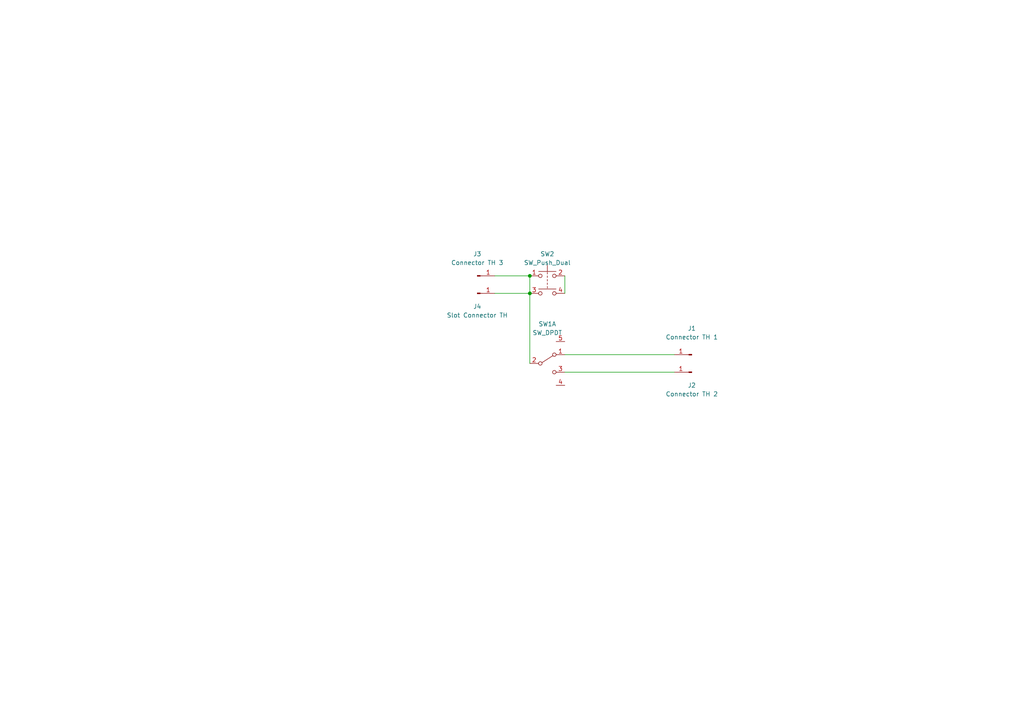
<source format=kicad_sch>
(kicad_sch (version 20230121) (generator eeschema)

  (uuid e2a16bdb-1ed2-4d0b-a77a-eb5cd2b976a0)

  (paper "A4")

  (lib_symbols
    (symbol "Connector:Conn_01x01_Pin" (pin_names (offset 1.016) hide) (in_bom yes) (on_board yes)
      (property "Reference" "J" (at 0 2.54 0)
        (effects (font (size 1.27 1.27)))
      )
      (property "Value" "Conn_01x01_Pin" (at 0 -2.54 0)
        (effects (font (size 1.27 1.27)))
      )
      (property "Footprint" "" (at 0 0 0)
        (effects (font (size 1.27 1.27)) hide)
      )
      (property "Datasheet" "~" (at 0 0 0)
        (effects (font (size 1.27 1.27)) hide)
      )
      (property "ki_locked" "" (at 0 0 0)
        (effects (font (size 1.27 1.27)))
      )
      (property "ki_keywords" "connector" (at 0 0 0)
        (effects (font (size 1.27 1.27)) hide)
      )
      (property "ki_description" "Generic connector, single row, 01x01, script generated" (at 0 0 0)
        (effects (font (size 1.27 1.27)) hide)
      )
      (property "ki_fp_filters" "Connector*:*_1x??_*" (at 0 0 0)
        (effects (font (size 1.27 1.27)) hide)
      )
      (symbol "Conn_01x01_Pin_1_1"
        (polyline
          (pts
            (xy 1.27 0)
            (xy 0.8636 0)
          )
          (stroke (width 0.1524) (type default))
          (fill (type none))
        )
        (rectangle (start 0.8636 0.127) (end 0 -0.127)
          (stroke (width 0.1524) (type default))
          (fill (type outline))
        )
        (pin passive line (at 5.08 0 180) (length 3.81)
          (name "Pin_1" (effects (font (size 1.27 1.27))))
          (number "1" (effects (font (size 1.27 1.27))))
        )
      )
    )
    (symbol "Switch:SW_DPDT_x2" (pin_names (offset 0) hide) (in_bom yes) (on_board yes)
      (property "Reference" "SW1" (at 0 11.43 0)
        (effects (font (size 1.27 1.27)))
      )
      (property "Value" "SW_DPDT" (at 0 8.89 0)
        (effects (font (size 1.27 1.27)))
      )
      (property "Footprint" "" (at 0 0 0)
        (effects (font (size 1.27 1.27)) hide)
      )
      (property "Datasheet" "~" (at 0 0 0)
        (effects (font (size 1.27 1.27)) hide)
      )
      (property "ki_keywords" "switch dual-pole double-throw DPDT spdt ON-ON" (at 0 0 0)
        (effects (font (size 1.27 1.27)) hide)
      )
      (property "ki_description" "Switch, dual pole double throw, separate symbols" (at 0 0 0)
        (effects (font (size 1.27 1.27)) hide)
      )
      (property "ki_fp_filters" "SW*DPDT*" (at 0 0 0)
        (effects (font (size 1.27 1.27)) hide)
      )
      (symbol "SW_DPDT_x2_0_0"
        (circle (center -2.032 0) (radius 0.508)
          (stroke (width 0) (type default))
          (fill (type none))
        )
        (circle (center 2.032 -2.54) (radius 0.508)
          (stroke (width 0) (type default))
          (fill (type none))
        )
      )
      (symbol "SW_DPDT_x2_0_1"
        (polyline
          (pts
            (xy -1.524 0.254)
            (xy 1.651 2.286)
          )
          (stroke (width 0) (type default))
          (fill (type none))
        )
        (circle (center 2.032 2.54) (radius 0.508)
          (stroke (width 0) (type default))
          (fill (type none))
        )
      )
      (symbol "SW_DPDT_x2_1_1"
        (pin passive line (at 5.08 2.54 180) (length 2.54)
          (name "A" (effects (font (size 1.27 1.27))))
          (number "1" (effects (font (size 1.27 1.27))))
        )
        (pin passive line (at -5.08 0 0) (length 2.54)
          (name "B" (effects (font (size 1.27 1.27))))
          (number "2" (effects (font (size 1.27 1.27))))
        )
        (pin passive line (at 5.08 -2.54 180) (length 2.54)
          (name "C" (effects (font (size 1.27 1.27))))
          (number "3" (effects (font (size 1.27 1.27))))
        )
        (pin passive line (at 5.08 -6.35 180) (length 2.54)
          (name "GND" (effects (font (size 1.27 1.27))))
          (number "4" (effects (font (size 1.27 1.27))))
        )
        (pin passive line (at 5.08 6.35 180) (length 2.54)
          (name "GND" (effects (font (size 1.27 1.27))))
          (number "5" (effects (font (size 1.27 1.27))))
        )
      )
      (symbol "SW_DPDT_x2_2_1"
        (pin passive line (at 5.08 2.54 180) (length 2.54)
          (name "A" (effects (font (size 1.27 1.27))))
          (number "4" (effects (font (size 1.27 1.27))))
        )
        (pin passive line (at -5.08 0 0) (length 2.54)
          (name "B" (effects (font (size 1.27 1.27))))
          (number "5" (effects (font (size 1.27 1.27))))
        )
        (pin passive line (at 5.08 -2.54 180) (length 2.54)
          (name "C" (effects (font (size 1.27 1.27))))
          (number "6" (effects (font (size 1.27 1.27))))
        )
      )
    )
    (symbol "Switch:SW_Push_Dual" (pin_names (offset 1.016) hide) (in_bom yes) (on_board yes)
      (property "Reference" "SW" (at 1.27 2.54 0)
        (effects (font (size 1.27 1.27)) (justify left))
      )
      (property "Value" "SW_Push_Dual" (at 0 -6.858 0)
        (effects (font (size 1.27 1.27)))
      )
      (property "Footprint" "" (at 0 5.08 0)
        (effects (font (size 1.27 1.27)) hide)
      )
      (property "Datasheet" "~" (at 0 5.08 0)
        (effects (font (size 1.27 1.27)) hide)
      )
      (property "ki_keywords" "switch normally-open pushbutton push-button" (at 0 0 0)
        (effects (font (size 1.27 1.27)) hide)
      )
      (property "ki_description" "Push button switch, generic, symbol, four pins" (at 0 0 0)
        (effects (font (size 1.27 1.27)) hide)
      )
      (symbol "SW_Push_Dual_0_1"
        (circle (center -2.032 -5.08) (radius 0.508)
          (stroke (width 0) (type default))
          (fill (type none))
        )
        (circle (center -2.032 0) (radius 0.508)
          (stroke (width 0) (type default))
          (fill (type none))
        )
        (polyline
          (pts
            (xy 0 -3.048)
            (xy 0 -3.556)
          )
          (stroke (width 0) (type default))
          (fill (type none))
        )
        (polyline
          (pts
            (xy 0 -2.032)
            (xy 0 -2.54)
          )
          (stroke (width 0) (type default))
          (fill (type none))
        )
        (polyline
          (pts
            (xy 0 -1.524)
            (xy 0 -1.016)
          )
          (stroke (width 0) (type default))
          (fill (type none))
        )
        (polyline
          (pts
            (xy 0 -0.508)
            (xy 0 0)
          )
          (stroke (width 0) (type default))
          (fill (type none))
        )
        (polyline
          (pts
            (xy 0 0.508)
            (xy 0 1.016)
          )
          (stroke (width 0) (type default))
          (fill (type none))
        )
        (polyline
          (pts
            (xy 0 1.27)
            (xy 0 3.048)
          )
          (stroke (width 0) (type default))
          (fill (type none))
        )
        (polyline
          (pts
            (xy 2.54 -3.81)
            (xy -2.54 -3.81)
          )
          (stroke (width 0) (type default))
          (fill (type none))
        )
        (polyline
          (pts
            (xy 2.54 1.27)
            (xy -2.54 1.27)
          )
          (stroke (width 0) (type default))
          (fill (type none))
        )
        (circle (center 2.032 -5.08) (radius 0.508)
          (stroke (width 0) (type default))
          (fill (type none))
        )
        (circle (center 2.032 0) (radius 0.508)
          (stroke (width 0) (type default))
          (fill (type none))
        )
        (pin passive line (at -5.08 0 0) (length 2.54)
          (name "1" (effects (font (size 1.27 1.27))))
          (number "1" (effects (font (size 1.27 1.27))))
        )
        (pin passive line (at 5.08 0 180) (length 2.54)
          (name "2" (effects (font (size 1.27 1.27))))
          (number "2" (effects (font (size 1.27 1.27))))
        )
        (pin passive line (at -5.08 -5.08 0) (length 2.54)
          (name "3" (effects (font (size 1.27 1.27))))
          (number "3" (effects (font (size 1.27 1.27))))
        )
        (pin passive line (at 5.08 -5.08 180) (length 2.54)
          (name "4" (effects (font (size 1.27 1.27))))
          (number "4" (effects (font (size 1.27 1.27))))
        )
      )
    )
  )

  (junction (at 153.67 85.09) (diameter 0) (color 0 0 0 0)
    (uuid 29e1d7ab-dc75-4e2c-bae8-6b01d8e6760d)
  )
  (junction (at 153.67 80.01) (diameter 0) (color 0 0 0 0)
    (uuid 9e69416f-375e-4b4c-a868-e9b99d9e5f45)
  )

  (wire (pts (xy 143.51 80.01) (xy 153.67 80.01))
    (stroke (width 0) (type default))
    (uuid 6334ccc1-a04f-4cff-b002-be7595c1898f)
  )
  (wire (pts (xy 143.51 85.09) (xy 153.67 85.09))
    (stroke (width 0) (type default))
    (uuid 7c5f2d8b-4d68-4e53-ae5c-2103443bed3c)
  )
  (wire (pts (xy 163.83 107.95) (xy 195.58 107.95))
    (stroke (width 0) (type default))
    (uuid b4838d43-a800-4e6e-a812-044400c73d49)
  )
  (wire (pts (xy 163.83 102.87) (xy 195.58 102.87))
    (stroke (width 0) (type default))
    (uuid b7440870-d8fe-4a51-85e1-e58abf8391cf)
  )
  (wire (pts (xy 153.67 80.01) (xy 153.67 85.09))
    (stroke (width 0) (type default))
    (uuid b7e13845-dd0d-4ce4-9834-ea436c7417b7)
  )
  (wire (pts (xy 153.67 105.41) (xy 153.67 85.09))
    (stroke (width 0) (type default))
    (uuid c845cb4b-99fb-43db-9d34-66003a6e818d)
  )
  (wire (pts (xy 163.83 80.01) (xy 163.83 85.09))
    (stroke (width 0) (type default))
    (uuid dbd8df9d-0894-44ab-8e07-c3c4476e3f3c)
  )

  (symbol (lib_id "Connector:Conn_01x01_Pin") (at 200.66 107.95 0) (mirror y) (unit 1)
    (in_bom yes) (on_board yes) (dnp no)
    (uuid 0132f95d-6e6a-4ae3-9cfa-7e91c366f67e)
    (property "Reference" "J2" (at 200.66 111.76 0)
      (effects (font (size 1.27 1.27)))
    )
    (property "Value" "Connector TH 2" (at 200.66 114.3 0)
      (effects (font (size 1.27 1.27)))
    )
    (property "Footprint" "MonsterBrain:Connector Hole" (at 200.66 107.95 0)
      (effects (font (size 1.27 1.27)) hide)
    )
    (property "Datasheet" "~" (at 200.66 107.95 0)
      (effects (font (size 1.27 1.27)) hide)
    )
    (pin "1" (uuid 09dca60f-1d40-4e63-8347-905f587f888e))
    (instances
      (project "Button Board"
        (path "/e2a16bdb-1ed2-4d0b-a77a-eb5cd2b976a0"
          (reference "J2") (unit 1)
        )
      )
    )
  )

  (symbol (lib_id "Connector:Conn_01x01_Pin") (at 138.43 80.01 0) (unit 1)
    (in_bom yes) (on_board yes) (dnp no)
    (uuid 096d88c6-f27c-43ed-a016-b35ebbd97f8e)
    (property "Reference" "J3" (at 138.43 73.66 0)
      (effects (font (size 1.27 1.27)))
    )
    (property "Value" "Connector TH 3" (at 138.43 76.2 0)
      (effects (font (size 1.27 1.27)))
    )
    (property "Footprint" "MonsterBrain:Connector Hole" (at 138.43 80.01 0)
      (effects (font (size 1.27 1.27)) hide)
    )
    (property "Datasheet" "~" (at 138.43 80.01 0)
      (effects (font (size 1.27 1.27)) hide)
    )
    (pin "1" (uuid 53ddd47f-f670-415f-a3c3-6eab16b7bf9d))
    (instances
      (project "Button Board"
        (path "/e2a16bdb-1ed2-4d0b-a77a-eb5cd2b976a0"
          (reference "J3") (unit 1)
        )
      )
    )
  )

  (symbol (lib_id "Switch:SW_DPDT_x2") (at 158.75 105.41 0) (unit 1)
    (in_bom yes) (on_board yes) (dnp no)
    (uuid 0ebfa463-9bee-4424-b547-4cabae91b3f6)
    (property "Reference" "SW1" (at 158.75 93.98 0)
      (effects (font (size 1.27 1.27)))
    )
    (property "Value" "SW_DPDT" (at 158.75 96.52 0)
      (effects (font (size 1.27 1.27)))
    )
    (property "Footprint" "MonsterBrain:Sliding Switch" (at 158.75 105.41 0)
      (effects (font (size 1.27 1.27)) hide)
    )
    (property "Datasheet" "~" (at 158.75 105.41 0)
      (effects (font (size 1.27 1.27)) hide)
    )
    (pin "1" (uuid 4ff9fb6f-02ad-4766-8b2c-f3cbf0481629))
    (pin "2" (uuid f7d18cdf-839f-4b38-80ea-537afc7a79dd))
    (pin "3" (uuid 71261f8c-2781-4110-b886-2a9363e8b207))
    (pin "4" (uuid 0f5f0ab4-c1bb-480b-9867-d020224891c6))
    (pin "5" (uuid 28bf5e5a-dace-4f06-a853-a9d63fbe7c48))
    (pin "4" (uuid 0f5f0ab4-c1bb-480b-9867-d020224891c6))
    (pin "5" (uuid 28bf5e5a-dace-4f06-a853-a9d63fbe7c48))
    (pin "6" (uuid 072fc48b-7236-4c99-bef0-25baba9eb685))
    (instances
      (project "Button Board"
        (path "/e2a16bdb-1ed2-4d0b-a77a-eb5cd2b976a0"
          (reference "SW1") (unit 1)
        )
      )
    )
  )

  (symbol (lib_id "Connector:Conn_01x01_Pin") (at 200.66 102.87 0) (mirror y) (unit 1)
    (in_bom yes) (on_board yes) (dnp no)
    (uuid c4140390-1522-4326-921a-0b40464020ff)
    (property "Reference" "J1" (at 200.66 95.25 0)
      (effects (font (size 1.27 1.27)))
    )
    (property "Value" "Connector TH 1" (at 200.66 97.79 0)
      (effects (font (size 1.27 1.27)))
    )
    (property "Footprint" "MonsterBrain:Connector Hole" (at 200.66 102.87 0)
      (effects (font (size 1.27 1.27)) hide)
    )
    (property "Datasheet" "~" (at 200.66 102.87 0)
      (effects (font (size 1.27 1.27)) hide)
    )
    (pin "1" (uuid 9fa1c9e8-5494-4dfd-8793-5f8f2e74029c))
    (instances
      (project "Button Board"
        (path "/e2a16bdb-1ed2-4d0b-a77a-eb5cd2b976a0"
          (reference "J1") (unit 1)
        )
      )
    )
  )

  (symbol (lib_id "Switch:SW_Push_Dual") (at 158.75 80.01 0) (unit 1)
    (in_bom yes) (on_board yes) (dnp no) (fields_autoplaced)
    (uuid c8730508-54ff-4aaf-a09c-83f2d901d9a4)
    (property "Reference" "SW2" (at 158.75 73.66 0)
      (effects (font (size 1.27 1.27)))
    )
    (property "Value" "SW_Push_Dual" (at 158.75 76.2 0)
      (effects (font (size 1.27 1.27)))
    )
    (property "Footprint" "MonsterBrain:Push Button" (at 158.75 74.93 0)
      (effects (font (size 1.27 1.27)) hide)
    )
    (property "Datasheet" "~" (at 158.75 74.93 0)
      (effects (font (size 1.27 1.27)) hide)
    )
    (pin "1" (uuid 16dd1ad7-3d6c-4919-834d-2905f210c940))
    (pin "2" (uuid b5d8712f-9b87-4eb8-91ef-c0bb9bbb541d))
    (pin "3" (uuid f62e0e4f-6682-48b3-bcce-7f1be20239c4))
    (pin "4" (uuid 34407ee0-cbbe-422e-a66c-f9fd6c2be5a6))
    (instances
      (project "Button Board"
        (path "/e2a16bdb-1ed2-4d0b-a77a-eb5cd2b976a0"
          (reference "SW2") (unit 1)
        )
      )
    )
  )

  (symbol (lib_id "Connector:Conn_01x01_Pin") (at 138.43 85.09 0) (unit 1)
    (in_bom yes) (on_board yes) (dnp no)
    (uuid e287abe0-a237-4e2e-af12-611ab14ccabb)
    (property "Reference" "J4" (at 138.43 88.9 0)
      (effects (font (size 1.27 1.27)))
    )
    (property "Value" "Slot Connector TH" (at 138.43 91.44 0)
      (effects (font (size 1.27 1.27)))
    )
    (property "Footprint" "MonsterBrain:Square Slot" (at 138.43 85.09 0)
      (effects (font (size 1.27 1.27)) hide)
    )
    (property "Datasheet" "~" (at 138.43 85.09 0)
      (effects (font (size 1.27 1.27)) hide)
    )
    (pin "1" (uuid 80adcccb-ae9a-454f-829a-bde8a74e23a0))
    (instances
      (project "Button Board"
        (path "/e2a16bdb-1ed2-4d0b-a77a-eb5cd2b976a0"
          (reference "J4") (unit 1)
        )
      )
    )
  )

  (sheet_instances
    (path "/" (page "1"))
  )
)

</source>
